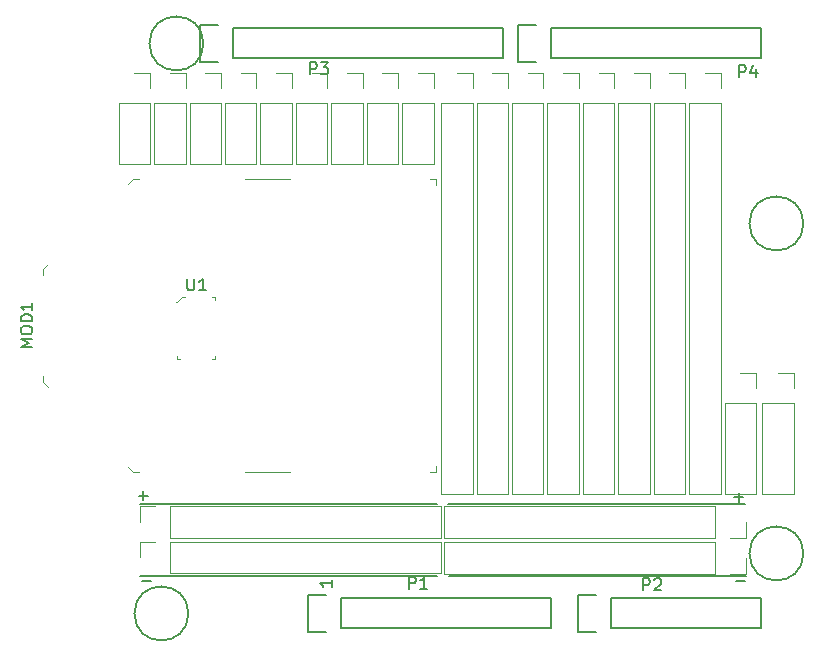
<source format=gbr>
G04 #@! TF.GenerationSoftware,KiCad,Pcbnew,5.1.1*
G04 #@! TF.CreationDate,2019-06-18T22:22:24-05:00*
G04 #@! TF.ProjectId,arduino_shield,61726475-696e-46f5-9f73-6869656c642e,rev?*
G04 #@! TF.SameCoordinates,Original*
G04 #@! TF.FileFunction,Legend,Top*
G04 #@! TF.FilePolarity,Positive*
%FSLAX46Y46*%
G04 Gerber Fmt 4.6, Leading zero omitted, Abs format (unit mm)*
G04 Created by KiCad (PCBNEW 5.1.1) date 2019-06-18 22:22:24*
%MOMM*%
%LPD*%
G04 APERTURE LIST*
%ADD10C,0.150000*%
%ADD11C,0.120000*%
%ADD12C,0.100000*%
G04 APERTURE END LIST*
D10*
X173609047Y-121102428D02*
X174370952Y-121102428D01*
X173482047Y-113990428D02*
X174243952Y-113990428D01*
X173863000Y-114371380D02*
X173863000Y-113609476D01*
X149352000Y-120650000D02*
X174498000Y-120650000D01*
X149225000Y-114554000D02*
X174371000Y-114554000D01*
X123317047Y-121102428D02*
X124078952Y-121102428D01*
X123063047Y-113863428D02*
X123824952Y-113863428D01*
X123444000Y-114244380D02*
X123444000Y-113482476D01*
X123190000Y-120650000D02*
X148336000Y-120650000D01*
X123190000Y-114554000D02*
X148336000Y-114554000D01*
X139390380Y-120999285D02*
X139390380Y-121570714D01*
X139390380Y-121285000D02*
X138390380Y-121285000D01*
X138533238Y-121380238D01*
X138628476Y-121475476D01*
X138676095Y-121570714D01*
D11*
X175835000Y-106045000D02*
X178495000Y-106045000D01*
X175835000Y-106045000D02*
X175835000Y-113725000D01*
X175835000Y-113725000D02*
X178495000Y-113725000D01*
X178495000Y-106045000D02*
X178495000Y-113725000D01*
X178495000Y-103445000D02*
X178495000Y-104775000D01*
X177165000Y-103445000D02*
X178495000Y-103445000D01*
X173990000Y-103445000D02*
X175320000Y-103445000D01*
X175320000Y-103445000D02*
X175320000Y-104775000D01*
X175320000Y-106045000D02*
X175320000Y-113725000D01*
X172660000Y-113725000D02*
X175320000Y-113725000D01*
X172660000Y-106045000D02*
X172660000Y-113725000D01*
X172660000Y-106045000D02*
X175320000Y-106045000D01*
X171831000Y-114748000D02*
X171831000Y-117408000D01*
X171831000Y-114748000D02*
X148911000Y-114748000D01*
X148911000Y-114748000D02*
X148911000Y-117408000D01*
X171831000Y-117408000D02*
X148911000Y-117408000D01*
X174431000Y-117408000D02*
X173101000Y-117408000D01*
X174431000Y-116078000D02*
X174431000Y-117408000D01*
X174431000Y-119126000D02*
X174431000Y-120456000D01*
X174431000Y-120456000D02*
X173101000Y-120456000D01*
X171831000Y-120456000D02*
X148911000Y-120456000D01*
X148911000Y-117796000D02*
X148911000Y-120456000D01*
X171831000Y-117796000D02*
X148911000Y-117796000D01*
X171831000Y-117796000D02*
X171831000Y-120456000D01*
X125730000Y-120408000D02*
X125730000Y-117748000D01*
X125730000Y-120408000D02*
X148650000Y-120408000D01*
X148650000Y-120408000D02*
X148650000Y-117748000D01*
X125730000Y-117748000D02*
X148650000Y-117748000D01*
X123130000Y-117748000D02*
X124460000Y-117748000D01*
X123130000Y-119078000D02*
X123130000Y-117748000D01*
X123130000Y-116078000D02*
X123130000Y-114748000D01*
X123130000Y-114748000D02*
X124460000Y-114748000D01*
X125730000Y-114748000D02*
X148650000Y-114748000D01*
X148650000Y-117408000D02*
X148650000Y-114748000D01*
X125730000Y-117408000D02*
X148650000Y-117408000D01*
X125730000Y-117408000D02*
X125730000Y-114748000D01*
X145352000Y-80645000D02*
X148012000Y-80645000D01*
X145352000Y-80645000D02*
X145352000Y-85785000D01*
X145352000Y-85785000D02*
X148012000Y-85785000D01*
X148012000Y-80645000D02*
X148012000Y-85785000D01*
X148012000Y-78045000D02*
X148012000Y-79375000D01*
X146682000Y-78045000D02*
X148012000Y-78045000D01*
X142352000Y-80645000D02*
X145012000Y-80645000D01*
X142352000Y-80645000D02*
X142352000Y-85785000D01*
X142352000Y-85785000D02*
X145012000Y-85785000D01*
X145012000Y-80645000D02*
X145012000Y-85785000D01*
X145012000Y-78045000D02*
X145012000Y-79375000D01*
X143682000Y-78045000D02*
X145012000Y-78045000D01*
X139352000Y-80645000D02*
X142012000Y-80645000D01*
X139352000Y-80645000D02*
X139352000Y-85785000D01*
X139352000Y-85785000D02*
X142012000Y-85785000D01*
X142012000Y-80645000D02*
X142012000Y-85785000D01*
X142012000Y-78045000D02*
X142012000Y-79375000D01*
X140682000Y-78045000D02*
X142012000Y-78045000D01*
X136352000Y-80645000D02*
X139012000Y-80645000D01*
X136352000Y-80645000D02*
X136352000Y-85785000D01*
X136352000Y-85785000D02*
X139012000Y-85785000D01*
X139012000Y-80645000D02*
X139012000Y-85785000D01*
X139012000Y-78045000D02*
X139012000Y-79375000D01*
X137682000Y-78045000D02*
X139012000Y-78045000D01*
X133352000Y-80645000D02*
X136012000Y-80645000D01*
X133352000Y-80645000D02*
X133352000Y-85785000D01*
X133352000Y-85785000D02*
X136012000Y-85785000D01*
X136012000Y-80645000D02*
X136012000Y-85785000D01*
X136012000Y-78045000D02*
X136012000Y-79375000D01*
X134682000Y-78045000D02*
X136012000Y-78045000D01*
X130352000Y-80645000D02*
X133012000Y-80645000D01*
X130352000Y-80645000D02*
X130352000Y-85785000D01*
X130352000Y-85785000D02*
X133012000Y-85785000D01*
X133012000Y-80645000D02*
X133012000Y-85785000D01*
X133012000Y-78045000D02*
X133012000Y-79375000D01*
X131682000Y-78045000D02*
X133012000Y-78045000D01*
X127352000Y-80645000D02*
X130012000Y-80645000D01*
X127352000Y-80645000D02*
X127352000Y-85785000D01*
X127352000Y-85785000D02*
X130012000Y-85785000D01*
X130012000Y-80645000D02*
X130012000Y-85785000D01*
X130012000Y-78045000D02*
X130012000Y-79375000D01*
X128682000Y-78045000D02*
X130012000Y-78045000D01*
X124352000Y-80645000D02*
X127012000Y-80645000D01*
X124352000Y-80645000D02*
X124352000Y-85785000D01*
X124352000Y-85785000D02*
X127012000Y-85785000D01*
X127012000Y-80645000D02*
X127012000Y-85785000D01*
X127012000Y-78045000D02*
X127012000Y-79375000D01*
X125682000Y-78045000D02*
X127012000Y-78045000D01*
X169657000Y-80645000D02*
X172317000Y-80645000D01*
X169657000Y-80645000D02*
X169657000Y-113725000D01*
X169657000Y-113725000D02*
X172317000Y-113725000D01*
X172317000Y-80645000D02*
X172317000Y-113725000D01*
X172317000Y-78045000D02*
X172317000Y-79375000D01*
X170987000Y-78045000D02*
X172317000Y-78045000D01*
X166657000Y-80645000D02*
X169317000Y-80645000D01*
X166657000Y-80645000D02*
X166657000Y-113725000D01*
X166657000Y-113725000D02*
X169317000Y-113725000D01*
X169317000Y-80645000D02*
X169317000Y-113725000D01*
X169317000Y-78045000D02*
X169317000Y-79375000D01*
X167987000Y-78045000D02*
X169317000Y-78045000D01*
X163657000Y-80645000D02*
X166317000Y-80645000D01*
X163657000Y-80645000D02*
X163657000Y-113725000D01*
X163657000Y-113725000D02*
X166317000Y-113725000D01*
X166317000Y-80645000D02*
X166317000Y-113725000D01*
X166317000Y-78045000D02*
X166317000Y-79375000D01*
X164987000Y-78045000D02*
X166317000Y-78045000D01*
X160657000Y-80645000D02*
X163317000Y-80645000D01*
X160657000Y-80645000D02*
X160657000Y-113725000D01*
X160657000Y-113725000D02*
X163317000Y-113725000D01*
X163317000Y-80645000D02*
X163317000Y-113725000D01*
X163317000Y-78045000D02*
X163317000Y-79375000D01*
X161987000Y-78045000D02*
X163317000Y-78045000D01*
X157657000Y-80645000D02*
X160317000Y-80645000D01*
X157657000Y-80645000D02*
X157657000Y-113725000D01*
X157657000Y-113725000D02*
X160317000Y-113725000D01*
X160317000Y-80645000D02*
X160317000Y-113725000D01*
X160317000Y-78045000D02*
X160317000Y-79375000D01*
X158987000Y-78045000D02*
X160317000Y-78045000D01*
X154657000Y-80645000D02*
X157317000Y-80645000D01*
X154657000Y-80645000D02*
X154657000Y-113725000D01*
X154657000Y-113725000D02*
X157317000Y-113725000D01*
X157317000Y-80645000D02*
X157317000Y-113725000D01*
X157317000Y-78045000D02*
X157317000Y-79375000D01*
X155987000Y-78045000D02*
X157317000Y-78045000D01*
X151657000Y-80645000D02*
X154317000Y-80645000D01*
X151657000Y-80645000D02*
X151657000Y-113725000D01*
X151657000Y-113725000D02*
X154317000Y-113725000D01*
X154317000Y-80645000D02*
X154317000Y-113725000D01*
X154317000Y-78045000D02*
X154317000Y-79375000D01*
X152987000Y-78045000D02*
X154317000Y-78045000D01*
X149987000Y-78045000D02*
X151317000Y-78045000D01*
X151317000Y-78045000D02*
X151317000Y-79375000D01*
X151317000Y-80645000D02*
X151317000Y-113725000D01*
X148657000Y-113725000D02*
X151317000Y-113725000D01*
X148657000Y-80645000D02*
X148657000Y-113725000D01*
X148657000Y-80645000D02*
X151317000Y-80645000D01*
D12*
X129532000Y-102265000D02*
X129282000Y-102265000D01*
X129532000Y-102265000D02*
X129532000Y-102015000D01*
X126332000Y-102265000D02*
X126332000Y-102015000D01*
X126332000Y-102265000D02*
X126582000Y-102265000D01*
X126682000Y-97065000D02*
X126932000Y-97065000D01*
X126182000Y-97415000D02*
X126332000Y-97415000D01*
X129532000Y-97065000D02*
X129282000Y-97065000D01*
X129532000Y-97065000D02*
X129532000Y-97315000D01*
X126332000Y-97415000D02*
X126682000Y-97065000D01*
D11*
X122682000Y-78045000D02*
X124012000Y-78045000D01*
X124012000Y-78045000D02*
X124012000Y-79375000D01*
X124012000Y-80645000D02*
X124012000Y-85785000D01*
X121352000Y-85785000D02*
X124012000Y-85785000D01*
X121352000Y-80645000D02*
X121352000Y-85785000D01*
X121352000Y-80645000D02*
X124012000Y-80645000D01*
D12*
X148180000Y-87041000D02*
X148180000Y-87541000D01*
X148180000Y-87041000D02*
X147680000Y-87041000D01*
X148180000Y-111841000D02*
X148180000Y-111341000D01*
X148180000Y-111841000D02*
X147680000Y-111841000D01*
X122580000Y-111841000D02*
X123080000Y-111841000D01*
X122580000Y-111841000D02*
X122180000Y-111441000D01*
X122580000Y-87041000D02*
X122180000Y-87441000D01*
X122580000Y-87041000D02*
X123080000Y-87041000D01*
X114980000Y-104241000D02*
X115380000Y-104641000D01*
X114980000Y-104241000D02*
X114980000Y-103741000D01*
X114980000Y-94641000D02*
X114980000Y-95141000D01*
X114980000Y-94641000D02*
X115380000Y-94241000D01*
X132080000Y-111841000D02*
X135880000Y-111841000D01*
X132080000Y-87041000D02*
X135880000Y-87041000D01*
D10*
X140208000Y-125095000D02*
X157988000Y-125095000D01*
X157988000Y-125095000D02*
X157988000Y-122555000D01*
X157988000Y-122555000D02*
X140208000Y-122555000D01*
X137388000Y-125375000D02*
X138938000Y-125375000D01*
X140208000Y-125095000D02*
X140208000Y-122555000D01*
X138938000Y-122275000D02*
X137388000Y-122275000D01*
X137388000Y-122275000D02*
X137388000Y-125375000D01*
X163068000Y-125095000D02*
X175768000Y-125095000D01*
X175768000Y-125095000D02*
X175768000Y-122555000D01*
X175768000Y-122555000D02*
X163068000Y-122555000D01*
X160248000Y-125375000D02*
X161798000Y-125375000D01*
X163068000Y-125095000D02*
X163068000Y-122555000D01*
X161798000Y-122275000D02*
X160248000Y-122275000D01*
X160248000Y-122275000D02*
X160248000Y-125375000D01*
X131064000Y-76835000D02*
X153924000Y-76835000D01*
X153924000Y-76835000D02*
X153924000Y-74295000D01*
X153924000Y-74295000D02*
X131064000Y-74295000D01*
X128244000Y-77115000D02*
X129794000Y-77115000D01*
X131064000Y-76835000D02*
X131064000Y-74295000D01*
X129794000Y-74015000D02*
X128244000Y-74015000D01*
X128244000Y-74015000D02*
X128244000Y-77115000D01*
X157988000Y-76835000D02*
X175768000Y-76835000D01*
X175768000Y-76835000D02*
X175768000Y-74295000D01*
X175768000Y-74295000D02*
X157988000Y-74295000D01*
X155168000Y-77115000D02*
X156718000Y-77115000D01*
X157988000Y-76835000D02*
X157988000Y-74295000D01*
X156718000Y-74015000D02*
X155168000Y-74015000D01*
X155168000Y-74015000D02*
X155168000Y-77115000D01*
X127254000Y-123825000D02*
G75*
G03X127254000Y-123825000I-2286000J0D01*
G01*
X179324000Y-118745000D02*
G75*
G03X179324000Y-118745000I-2286000J0D01*
G01*
X128524000Y-75565000D02*
G75*
G03X128524000Y-75565000I-2286000J0D01*
G01*
X179324000Y-90805000D02*
G75*
G03X179324000Y-90805000I-2286000J0D01*
G01*
X127170095Y-95467380D02*
X127170095Y-96276904D01*
X127217714Y-96372142D01*
X127265333Y-96419761D01*
X127360571Y-96467380D01*
X127551047Y-96467380D01*
X127646285Y-96419761D01*
X127693904Y-96372142D01*
X127741523Y-96276904D01*
X127741523Y-95467380D01*
X128741523Y-96467380D02*
X128170095Y-96467380D01*
X128455809Y-96467380D02*
X128455809Y-95467380D01*
X128360571Y-95610238D01*
X128265333Y-95705476D01*
X128170095Y-95753095D01*
X114042380Y-101274333D02*
X113042380Y-101274333D01*
X113756666Y-100941000D01*
X113042380Y-100607666D01*
X114042380Y-100607666D01*
X113042380Y-99941000D02*
X113042380Y-99750523D01*
X113090000Y-99655285D01*
X113185238Y-99560047D01*
X113375714Y-99512428D01*
X113709047Y-99512428D01*
X113899523Y-99560047D01*
X113994761Y-99655285D01*
X114042380Y-99750523D01*
X114042380Y-99941000D01*
X113994761Y-100036238D01*
X113899523Y-100131476D01*
X113709047Y-100179095D01*
X113375714Y-100179095D01*
X113185238Y-100131476D01*
X113090000Y-100036238D01*
X113042380Y-99941000D01*
X114042380Y-99083857D02*
X113042380Y-99083857D01*
X113042380Y-98845761D01*
X113090000Y-98702904D01*
X113185238Y-98607666D01*
X113280476Y-98560047D01*
X113470952Y-98512428D01*
X113613809Y-98512428D01*
X113804285Y-98560047D01*
X113899523Y-98607666D01*
X113994761Y-98702904D01*
X114042380Y-98845761D01*
X114042380Y-99083857D01*
X114042380Y-97560047D02*
X114042380Y-98131476D01*
X114042380Y-97845761D02*
X113042380Y-97845761D01*
X113185238Y-97941000D01*
X113280476Y-98036238D01*
X113328095Y-98131476D01*
X145946904Y-121737380D02*
X145946904Y-120737380D01*
X146327857Y-120737380D01*
X146423095Y-120785000D01*
X146470714Y-120832619D01*
X146518333Y-120927857D01*
X146518333Y-121070714D01*
X146470714Y-121165952D01*
X146423095Y-121213571D01*
X146327857Y-121261190D01*
X145946904Y-121261190D01*
X147470714Y-121737380D02*
X146899285Y-121737380D01*
X147185000Y-121737380D02*
X147185000Y-120737380D01*
X147089761Y-120880238D01*
X146994523Y-120975476D01*
X146899285Y-121023095D01*
X165758904Y-121864380D02*
X165758904Y-120864380D01*
X166139857Y-120864380D01*
X166235095Y-120912000D01*
X166282714Y-120959619D01*
X166330333Y-121054857D01*
X166330333Y-121197714D01*
X166282714Y-121292952D01*
X166235095Y-121340571D01*
X166139857Y-121388190D01*
X165758904Y-121388190D01*
X166711285Y-120959619D02*
X166758904Y-120912000D01*
X166854142Y-120864380D01*
X167092238Y-120864380D01*
X167187476Y-120912000D01*
X167235095Y-120959619D01*
X167282714Y-121054857D01*
X167282714Y-121150095D01*
X167235095Y-121292952D01*
X166663666Y-121864380D01*
X167282714Y-121864380D01*
X137564904Y-78176380D02*
X137564904Y-77176380D01*
X137945857Y-77176380D01*
X138041095Y-77224000D01*
X138088714Y-77271619D01*
X138136333Y-77366857D01*
X138136333Y-77509714D01*
X138088714Y-77604952D01*
X138041095Y-77652571D01*
X137945857Y-77700190D01*
X137564904Y-77700190D01*
X138469666Y-77176380D02*
X139088714Y-77176380D01*
X138755380Y-77557333D01*
X138898238Y-77557333D01*
X138993476Y-77604952D01*
X139041095Y-77652571D01*
X139088714Y-77747809D01*
X139088714Y-77985904D01*
X139041095Y-78081142D01*
X138993476Y-78128761D01*
X138898238Y-78176380D01*
X138612523Y-78176380D01*
X138517285Y-78128761D01*
X138469666Y-78081142D01*
X173886904Y-78430380D02*
X173886904Y-77430380D01*
X174267857Y-77430380D01*
X174363095Y-77478000D01*
X174410714Y-77525619D01*
X174458333Y-77620857D01*
X174458333Y-77763714D01*
X174410714Y-77858952D01*
X174363095Y-77906571D01*
X174267857Y-77954190D01*
X173886904Y-77954190D01*
X175315476Y-77763714D02*
X175315476Y-78430380D01*
X175077380Y-77382761D02*
X174839285Y-78097047D01*
X175458333Y-78097047D01*
M02*

</source>
